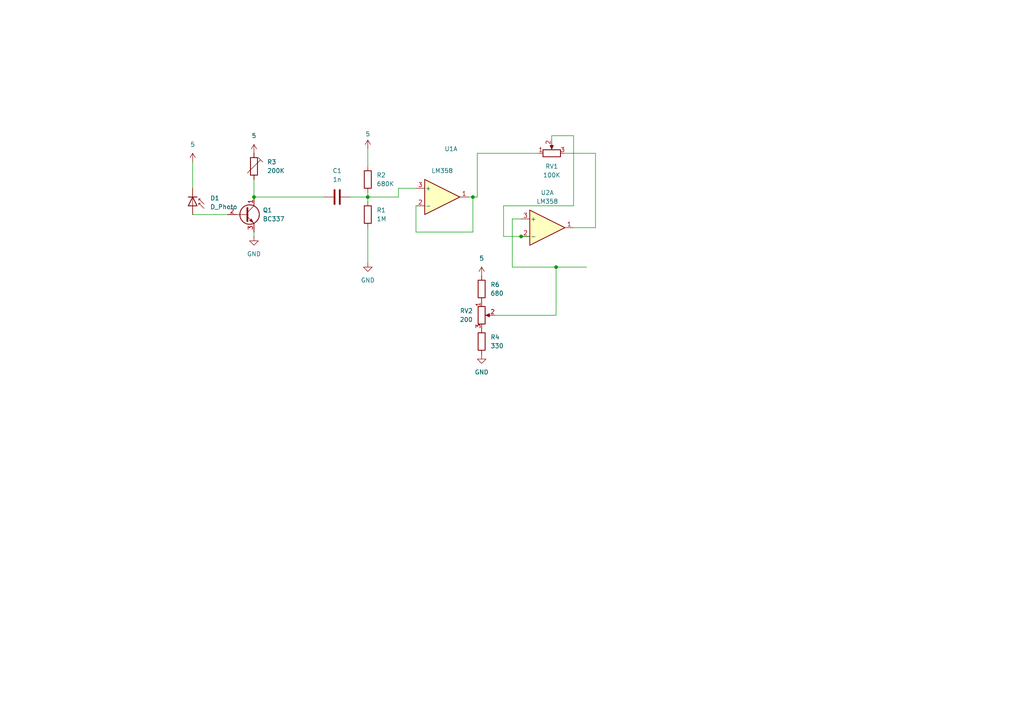
<source format=kicad_sch>
(kicad_sch (version 20250114) (generator "eeschema") (generator_version "9.0")
  (paper "A4")
  (lib_symbols
    (symbol "Amplifier_Operational:LM358" (pin_names (offset 0.127))
      (property "Reference" "U" (at 0 5.08 0))
      (property "Value" "LM358" (at 0 -5.08 0))
      (symbol "LM358_1_1"
        (polyline (pts (xy -5.08 5.08) (xy 5.08 0) (xy -5.08 -5.08) (xy -5.08 5.08)) (stroke (width 0.254)) (fill (type background)))
        (pin input line (at -7.62 2.54 0) (length 2.54) (name "+") (number "3"))
        (pin input line (at -7.62 -2.54 0) (length 2.54) (name "-") (number "2"))
        (pin output line (at 7.62 0 180) (length 2.54) (name "~") (number "1"))
      )
      (symbol "LM358_2_1"
        (polyline (pts (xy -5.08 5.08) (xy 5.08 0) (xy -5.08 -5.08) (xy -5.08 5.08)) (stroke (width 0.254)) (fill (type background)))
        (pin input line (at -7.62 2.54 0) (length 2.54) (name "+") (number "5"))
        (pin input line (at -7.62 -2.54 0) (length 2.54) (name "-") (number "6"))
        (pin output line (at 7.62 0 180) (length 2.54) (name "~") (number "7"))
      )
      (symbol "LM358_3_1"
        (pin power_in line (at -2.54 7.62 270) (length 3.81) (name "V+") (number "8"))
        (pin power_in line (at -2.54 -7.62 90) (length 3.81) (name "V-") (number "4"))
      )
    )
    (symbol "Device:C" (pin_numbers (hide yes)) (pin_names (offset 0.254))
      (property "Reference" "C" (at 0.635 2.54 0))
      (property "Value" "C" (at 0.635 -2.54 0))
      (symbol "C_0_1"
        (polyline (pts (xy -2.032 0.762) (xy 2.032 0.762)) (stroke (width 0.508)))
        (polyline (pts (xy -2.032 -0.762) (xy 2.032 -0.762)) (stroke (width 0.508)))
      )
      (symbol "C_1_1"
        (pin passive line (at 0 3.81 270) (length 2.794) (name "~") (number "1"))
        (pin passive line (at 0 -3.81 90) (length 2.794) (name "~") (number "2"))
      )
    )
    (symbol "Device:D_Photo" (pin_numbers (hide yes)) (pin_names (hide yes))
      (property "Reference" "D" (at 0.508 1.778 0))
      (property "Value" "D_Photo" (at -1.016 -2.794 0))
      (symbol "D_Photo_0_1"
        (polyline (pts (xy -2.54 1.27) (xy -2.54 -1.27)) (stroke (width 0.254)))
        (polyline (pts (xy -2.032 1.778) (xy -1.524 1.778)))
        (polyline (pts (xy -0.508 3.302) (xy -2.032 1.778) (xy -2.032 2.286)))
        (polyline (pts (xy 0 0) (xy -2.54 0)))
        (polyline (pts (xy 0 -1.27) (xy 0 1.27) (xy -2.54 0) (xy 0 -1.27)) (stroke (width 0.254)))
        (polyline (pts (xy 0.762 3.302) (xy -0.762 1.778) (xy -0.762 2.286) (xy -0.762 1.778) (xy -0.254 1.778)))
      )
      (symbol "D_Photo_1_1"
        (pin passive line (at -5.08 0 0) (length 2.54) (name "K") (number "1"))
        (pin passive line (at 2.54 0 180) (length 2.54) (name "A") (number "2"))
      )
    )
    (symbol "Device:R" (pin_numbers (hide yes)) (pin_names (offset 0))
      (property "Reference" "R" (at 2.032 0 90))
      (property "Value" "R" (at 0 0 90))
      (symbol "R_0_1"
        (rectangle (start -1.016 -2.54) (end 1.016 2.54) (stroke (width 0.254)))
      )
      (symbol "R_1_1"
        (pin passive line (at 0 3.81 270) (length 1.27) (name "~") (number "1"))
        (pin passive line (at 0 -3.81 90) (length 1.27) (name "~") (number "2"))
      )
    )
    (symbol "Device:R_Potentiometer" (pin_names (offset 1.016) (hide yes))
      (property "Reference" "RV" (at -4.445 0 90))
      (property "Value" "R_Potentiometer" (at -2.54 0 90))
      (symbol "R_Potentiometer_0_1"
        (rectangle (start 1.016 2.54) (end -1.016 -2.54) (stroke (width 0.254)))
        (polyline (pts (xy 1.143 0) (xy 2.286 0.508) (xy 2.286 -0.508) (xy 1.143 0)) (fill (type outline)))
        (polyline (pts (xy 2.54 0) (xy 1.524 0)))
      )
      (symbol "R_Potentiometer_1_1"
        (pin passive line (at 0 3.81 270) (length 1.27) (name "1") (number "1"))
        (pin passive line (at 0 -3.81 90) (length 1.27) (name "3") (number "3"))
        (pin passive line (at 3.81 0 180) (length 1.27) (name "2") (number "2"))
      )
    )
    (symbol "Device:R_Trim" (pin_numbers (hide yes)) (pin_names (offset 0))
      (property "Reference" "R" (at 2.54 -2.54 90))
      (property "Value" "R_Trim" (at -2.54 -0.635 90))
      (symbol "R_Trim_0_1"
        (polyline (pts (xy -1.905 -1.905) (xy 1.905 1.905) (xy 2.54 1.27) (xy 1.27 2.54)))
        (rectangle (start -1.016 -2.54) (end 1.016 2.54) (stroke (width 0.254)))
      )
      (symbol "R_Trim_1_1"
        (pin passive line (at 0 3.81 270) (length 1.27) (name "~") (number "1"))
        (pin passive line (at 0 -3.81 90) (length 1.27) (name "~") (number "2"))
      )
    )
    (symbol "Transistor_BJT:BC337" (pin_names (offset 0) (hide yes))
      (property "Reference" "Q" (at 5.08 1.905 0))
      (property "Value" "BC337" (at 5.08 0 0))
      (symbol "BC337_0_1"
        (polyline (pts (xy -2.54 0) (xy 0.635 0)))
        (polyline (pts (xy 0.635 1.905) (xy 0.635 -1.905)) (stroke (width 0.508)))
        (circle (center 1.27 0) (radius 2.8194) (stroke (width 0.254)))
      )
      (symbol "BC337_1_1"
        (polyline (pts (xy 0.635 0.635) (xy 2.54 2.54)))
        (polyline (pts (xy 0.635 -0.635) (xy 2.54 -2.54)))
        (polyline (pts (xy 1.27 -1.778) (xy 1.778 -1.27) (xy 2.286 -2.286) (xy 1.27 -1.778)) (fill (type outline)))
        (pin input line (at -5.08 0 0) (length 2.54) (name "B") (number "2"))
        (pin passive line (at 2.54 5.08 270) (length 2.54) (name "C") (number "1"))
        (pin passive line (at 2.54 -5.08 90) (length 2.54) (name "E") (number "3"))
      )
    )
    (symbol "power:GND" (power) (pin_numbers (hide yes)) (pin_names (offset 0) (hide yes))
      (property "Value" "GND" (at 0 -3.81 0))
      (symbol "GND_0_1"
        (polyline (pts (xy 0 0) (xy 0 -1.27) (xy 1.27 -1.27) (xy 0 -2.54) (xy -1.27 -1.27) (xy 0 -1.27)))
      )
      (symbol "GND_1_1"
        (pin power_in line (at 0 0 270) (length 0) (name "~") (number "1"))
      )
    )
    (symbol "power:VDC" (power) (pin_numbers (hide yes)) (pin_names (offset 0) (hide yes))
      (property "Value" "VDC" (at 0 3.556 0))
      (symbol "VDC_0_1"
        (polyline (pts (xy -0.762 1.27) (xy 0 2.54)))
        (polyline (pts (xy 0 2.54) (xy 0.762 1.27)))
        (polyline (pts (xy 0 0) (xy 0 2.54)))
      )
      (symbol "VDC_1_1"
        (pin power_in line (at 0 0 90) (length 0) (name "~") (number "1"))
      )
    )
  )
  (junction (at 106.68 57.15))
  (junction (at 151.13 68.58))
  (junction (at 73.66 57.15))
  (junction (at 137.16 57.15))
  (junction (at 161.29 77.47))
  (wire (pts (xy 166.37 39.37) (xy 166.37 59.69)))
  (wire (pts (xy 166.37 66.04) (xy 172.72 66.04)))
  (wire (pts (xy 161.29 91.44) (xy 161.29 77.47)))
  (wire (pts (xy 106.68 66.04) (xy 106.68 76.2)))
  (wire (pts (xy 148.59 77.47) (xy 161.29 77.47)))
  (wire (pts (xy 115.57 57.15) (xy 115.57 54.61)))
  (wire (pts (xy 106.68 57.15) (xy 115.57 57.15)))
  (wire (pts (xy 101.6 57.15) (xy 106.68 57.15)))
  (wire (pts (xy 73.66 52.07) (xy 73.66 57.15)))
  (wire (pts (xy 163.83 44.45) (xy 172.72 44.45)))
  (wire (pts (xy 137.16 57.15) (xy 138.43 57.15)))
  (wire (pts (xy 166.37 59.69) (xy 146.05 59.69)))
  (wire (pts (xy 146.05 59.69) (xy 146.05 68.58)))
  (wire (pts (xy 73.66 67.31) (xy 73.66 68.58)))
  (wire (pts (xy 55.88 46.99) (xy 55.88 54.61)))
  (wire (pts (xy 106.68 57.15) (xy 106.68 58.42)))
  (wire (pts (xy 120.65 59.69) (xy 120.65 67.31)))
  (wire (pts (xy 135.89 57.15) (xy 137.16 57.15)))
  (wire (pts (xy 160.02 40.64) (xy 160.02 39.37)))
  (wire (pts (xy 106.68 55.88) (xy 106.68 57.15)))
  (wire (pts (xy 148.59 63.5) (xy 151.13 63.5)))
  (wire (pts (xy 146.05 68.58) (xy 151.13 68.58)))
  (wire (pts (xy 137.16 57.15) (xy 137.16 67.31)))
  (wire (pts (xy 106.68 43.18) (xy 106.68 48.26)))
  (wire (pts (xy 120.65 67.31) (xy 137.16 67.31)))
  (wire (pts (xy 138.43 57.15) (xy 138.43 44.45)))
  (wire (pts (xy 115.57 54.61) (xy 120.65 54.61)))
  (wire (pts (xy 73.66 57.15) (xy 93.98 57.15)))
  (wire (pts (xy 161.29 77.47) (xy 170.18 77.47)))
  (wire (pts (xy 160.02 39.37) (xy 166.37 39.37)))
  (wire (pts (xy 148.59 77.47) (xy 148.59 63.5)))
  (wire (pts (xy 143.51 91.44) (xy 161.29 91.44)))
  (wire (pts (xy 172.72 44.45) (xy 172.72 66.04)))
  (wire (pts (xy 151.13 68.58) (xy 153.67 68.58)))
  (wire (pts (xy 55.88 62.23) (xy 66.04 62.23)))
  (wire (pts (xy 138.43 44.45) (xy 156.21 44.45)))
  (symbol (lib_id "Device:R") (at 139.7 99.06 0) (unit 1)
    (property "Reference" "R4" (at 142.24 97.7899 0) (effects (justify left)))
    (property "Value" "330" (at 142.24 100.3299 0) (effects (justify left)))
    (property "Footprint" "Resistor_THT:R_Axial_DIN0204_L3.6mm_D1.6mm_P7.62mm_Horizontal" (effects (hide yes)))
    (property "Description" "Resistor" (effects (hide yes)))
  )
  (symbol (lib_id "power:GND") (at 73.66 68.58 0) (unit 1)
    (property "Reference" "#PWR04" (effects (hide yes)))
    (property "Value" "GND" (at 73.66 73.66 0))
    (property "Description" "Power symbol creates a global label with name \"GND\" , ground" (effects (hide yes)))
  )
  (symbol (lib_id "Device:D_Photo") (at 55.88 59.69 270) (unit 1)
    (property "Reference" "D1" (at 60.96 57.4674 90) (effects (justify left)))
    (property "Value" "D_Photo" (at 60.96 60.0074 90) (effects (justify left)))
    (property "Footprint" "Diode_THT:D_A-405_P5.08mm_Vertical_KathodeUp" (effects (hide yes)))
    (property "Description" "Photodiode" (effects (hide yes)))
  )
  (symbol (lib_id "Device:R") (at 106.68 62.23 180) (unit 1)
    (property "Reference" "R1" (at 109.22 60.9599 0) (effects (justify right)))
    (property "Value" "1M" (at 109.22 63.4999 0) (effects (justify right)))
    (property "Footprint" "Resistor_THT:R_Axial_DIN0204_L3.6mm_D1.6mm_P7.62mm_Horizontal" (effects (hide yes)))
    (property "Description" "Resistor" (effects (hide yes)))
  )
  (symbol (lib_id "power:VDC") (at 55.88 46.99 0) (unit 1)
    (property "Reference" "#PWR07" (effects (hide yes)))
    (property "Value" "5" (at 55.88 41.91 0))
    (property "Description" "Power symbol creates a global label with name \"VDC\"" (effects (hide yes)))
  )
  (symbol (lib_id "Device:R") (at 106.68 52.07 0) (unit 1)
    (property "Reference" "R2" (at 109.22 50.7999 0) (effects (justify left)))
    (property "Value" "680K" (at 109.22 53.3399 0) (effects (justify left)))
    (property "Footprint" "Resistor_THT:R_Axial_DIN0204_L3.6mm_D1.6mm_P7.62mm_Horizontal" (effects (hide yes)))
    (property "Description" "Resistor" (effects (hide yes)))
  )
  (symbol (lib_id "power:VDC") (at 73.66 44.45 0) (unit 1)
    (property "Reference" "#PWR03" (effects (hide yes)))
    (property "Value" "5" (at 73.66 39.37 0))
    (property "Description" "Power symbol creates a global label with name \"VDC\"" (effects (hide yes)))
  )
  (symbol (lib_id "power:GND") (at 139.7 102.87 0) (unit 1)
    (property "Reference" "#PWR05" (effects (hide yes)))
    (property "Value" "GND" (at 139.7 107.95 0))
    (property "Description" "Power symbol creates a global label with name \"GND\" , ground" (effects (hide yes)))
  )
  (symbol (lib_id "Device:R_Potentiometer") (at 160.02 44.45 90) (unit 1)
    (property "Reference" "RV1" (at 160.02 48.26 90))
    (property "Value" "100K" (at 160.02 50.8 90))
    (property "Footprint" "Potentiometer_THT:Potentiometer_ACP_CA9-V10_Vertical_Hole" (effects (hide yes)))
    (property "Description" "Potentiometer" (effects (hide yes)))
  )
  (symbol (lib_id "power:VDC") (at 139.7 80.01 0) (unit 1)
    (property "Reference" "#PWR06" (effects (hide yes)))
    (property "Value" "5" (at 139.7 74.93 0))
    (property "Description" "Power symbol creates a global label with name \"VDC\"" (effects (hide yes)))
  )
  (symbol (lib_id "power:VDC") (at 106.68 43.18 0) (unit 1)
    (property "Reference" "#PWR02" (effects (hide yes)))
    (property "Value" "5" (at 106.68 38.862 0))
    (property "Description" "Power symbol creates a global label with name \"VDC\"" (effects (hide yes)))
  )
  (symbol (lib_id "Amplifier_Operational:LM358") (at 128.27 57.15 0) (unit 1)
    (property "Reference" "U1" (at 130.81 43.18 0))
    (property "Value" "LM358" (at 128.27 49.53 0))
    (property "Footprint" "OptoDevice:Broadcom_APDS-9160-003" (effects (hide yes)))
    (property "Datasheet" "http://www.ti.com/lit/ds/symlink/lm2904-n.pdf" (effects (hide yes)))
    (property "Description" "Low-Power, Dual Operational Amplifiers, DIP-8/SOIC-8/TO-99-8" (effects (hide yes)))
  )
  (symbol (lib_id "Device:R") (at 139.7 83.82 0) (unit 1)
    (property "Reference" "R6" (at 142.24 82.5499 0) (effects (justify left)))
    (property "Value" "680" (at 142.24 85.0899 0) (effects (justify left)))
    (property "Footprint" "Resistor_THT:R_Axial_DIN0204_L3.6mm_D1.6mm_P7.62mm_Horizontal" (effects (hide yes)))
    (property "Description" "Resistor" (effects (hide yes)))
  )
  (symbol (lib_id "Device:R_Trim") (at 73.66 48.26 0) (unit 1)
    (property "Reference" "R3" (at 77.47 46.9899 0) (effects (justify left)))
    (property "Value" "200K" (at 77.47 49.5299 0) (effects (justify left)))
    (property "Footprint" "Resistor_THT:R_Axial_DIN0204_L3.6mm_D1.6mm_P7.62mm_Horizontal" (effects (hide yes)))
    (property "Description" "Trimmable resistor (preset resistor)" (effects (hide yes)))
  )
  (symbol (lib_id "Transistor_BJT:BC337") (at 71.12 62.23 0) (unit 1)
    (property "Reference" "Q1" (at 76.2 60.9599 0) (effects (justify left)))
    (property "Value" "BC337" (at 76.2 63.4999 0) (effects (justify left)))
    (property "Footprint" "Transformer_THT:Autotransformer_Toroid_1Tap_Horizontal_D10.5mm_Amidon-T37" (effects (hide yes)))
    (property "Datasheet" "https://diotec.com/tl_files/diotec/files/pdf/datasheets/bc337.pdf" (effects (hide yes)))
    (property "Description" "0.8A Ic, 45V Vce, NPN Transistor, TO-92" (effects (hide yes)))
  )
  (symbol (lib_id "Amplifier_Operational:LM358") (at 158.75 66.04 0) (unit 1)
    (property "Reference" "U2" (at 158.75 55.88 0))
    (property "Value" "LM358" (at 158.75 58.42 0))
    (property "Footprint" "OptoDevice:Broadcom_APDS-9160-003" (effects (hide yes)))
    (property "Datasheet" "http://www.ti.com/lit/ds/symlink/lm2904-n.pdf" (effects (hide yes)))
    (property "Description" "Low-Power, Dual Operational Amplifiers, DIP-8/SOIC-8/TO-99-8" (effects (hide yes)))
  )
  (symbol (lib_id "power:GND") (at 106.68 76.2 0) (unit 1)
    (property "Reference" "#PWR01" (effects (hide yes)))
    (property "Value" "GND" (at 106.68 81.28 0))
    (property "Description" "Power symbol creates a global label with name \"GND\" , ground" (effects (hide yes)))
  )
  (symbol (lib_id "Device:R_Potentiometer") (at 139.7 91.44 0) (unit 1)
    (property "Reference" "RV2" (at 137.16 90.1699 0) (effects (justify right)))
    (property "Value" "200" (at 137.16 92.7099 0) (effects (justify right)))
    (property "Footprint" "Potentiometer_THT:Potentiometer_ACP_CA9-V10_Vertical_Hole" (effects (hide yes)))
    (property "Description" "Potentiometer" (effects (hide yes)))
  )
  (symbol (lib_id "Device:C") (at 97.79 57.15 90) (unit 1)
    (property "Reference" "C1" (at 97.79 49.53 90))
    (property "Value" "1n" (at 97.79 52.07 90))
    (property "Footprint" "Capacitor_THT:CP_Axial_L30.0mm_D18.0mm_P35.00mm_Horizontal" (effects (hide yes)))
    (property "Description" "Unpolarized capacitor" (effects (hide yes)))
  )
)
</source>
